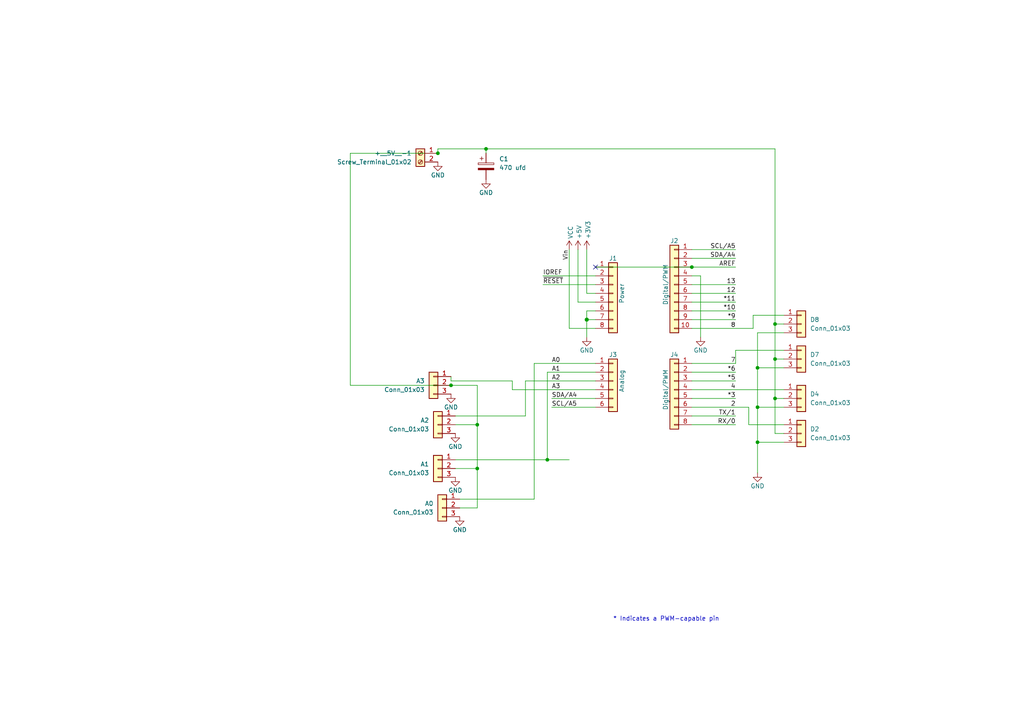
<source format=kicad_sch>
(kicad_sch (version 20230121) (generator eeschema)
  (paper "A4")
  (title_block (date "mar. 31 mars 2015"))
  (lib_symbols
    (symbol "Connector:Screw_Terminal_01x02" (pin_names (offset 1.016) hide)
      (property "Reference" "J" (at 0 2.54 0))
      (property "Value" "Screw_Terminal_01x02" (at 0 -5.08 0))
      (symbol "Screw_Terminal_01x02_1_1"
        (rectangle (start -1.27 1.27) (end 1.27 -3.81) (stroke (width 0.254)) (fill (type background)))
        (circle (center 0 -2.54) (radius 0.635) (stroke (width 0.1524)))
        (polyline (pts (xy -0.5334 -2.2098) (xy 0.3302 -3.048)) (stroke (width 0.1524)))
        (polyline (pts (xy -0.5334 0.3302) (xy 0.3302 -0.508)) (stroke (width 0.1524)))
        (polyline (pts (xy -0.3556 -2.032) (xy 0.508 -2.8702)) (stroke (width 0.1524)))
        (polyline (pts (xy -0.3556 0.508) (xy 0.508 -0.3302)) (stroke (width 0.1524)))
        (circle (center 0 0) (radius 0.635) (stroke (width 0.1524)))
        (pin passive line (at -5.08 0 0) (length 3.81) (name "Pin_1") (number "1"))
        (pin passive line (at -5.08 -2.54 0) (length 3.81) (name "Pin_2") (number "2"))
      )
    )
    (symbol "Connector_Generic:Conn_01x03" (pin_names (offset 1.016) hide)
      (property "Reference" "J" (at 0 5.08 0))
      (property "Value" "Conn_01x03" (at 0 -5.08 0))
      (symbol "Conn_01x03_1_1"
        (rectangle (start -1.27 -2.413) (end 0 -2.667) (stroke (width 0.1524)))
        (rectangle (start -1.27 0.127) (end 0 -0.127) (stroke (width 0.1524)))
        (rectangle (start -1.27 2.667) (end 0 2.413) (stroke (width 0.1524)))
        (rectangle (start -1.27 3.81) (end 1.27 -3.81) (stroke (width 0.254)) (fill (type background)))
        (pin passive line (at -5.08 2.54 0) (length 3.81) (name "Pin_1") (number "1"))
        (pin passive line (at -5.08 0 0) (length 3.81) (name "Pin_2") (number "2"))
        (pin passive line (at -5.08 -2.54 0) (length 3.81) (name "Pin_3") (number "3"))
      )
    )
    (symbol "Connector_Generic:Conn_01x06" (pin_names (offset 1.016) hide)
      (property "Reference" "J" (at 0 7.62 0))
      (property "Value" "Conn_01x06" (at 0 -10.16 0))
      (symbol "Conn_01x06_1_1"
        (rectangle (start -1.27 -7.493) (end 0 -7.747) (stroke (width 0.1524)))
        (rectangle (start -1.27 -4.953) (end 0 -5.207) (stroke (width 0.1524)))
        (rectangle (start -1.27 -2.413) (end 0 -2.667) (stroke (width 0.1524)))
        (rectangle (start -1.27 0.127) (end 0 -0.127) (stroke (width 0.1524)))
        (rectangle (start -1.27 2.667) (end 0 2.413) (stroke (width 0.1524)))
        (rectangle (start -1.27 5.207) (end 0 4.953) (stroke (width 0.1524)))
        (rectangle (start -1.27 6.35) (end 1.27 -8.89) (stroke (width 0.254)) (fill (type background)))
        (pin passive line (at -5.08 5.08 0) (length 3.81) (name "Pin_1") (number "1"))
        (pin passive line (at -5.08 2.54 0) (length 3.81) (name "Pin_2") (number "2"))
        (pin passive line (at -5.08 0 0) (length 3.81) (name "Pin_3") (number "3"))
        (pin passive line (at -5.08 -2.54 0) (length 3.81) (name "Pin_4") (number "4"))
        (pin passive line (at -5.08 -5.08 0) (length 3.81) (name "Pin_5") (number "5"))
        (pin passive line (at -5.08 -7.62 0) (length 3.81) (name "Pin_6") (number "6"))
      )
    )
    (symbol "Connector_Generic:Conn_01x08" (pin_names (offset 1.016) hide)
      (property "Reference" "J" (at 0 10.16 0))
      (property "Value" "Conn_01x08" (at 0 -12.7 0))
      (symbol "Conn_01x08_1_1"
        (rectangle (start -1.27 -10.033) (end 0 -10.287) (stroke (width 0.1524)))
        (rectangle (start -1.27 -7.493) (end 0 -7.747) (stroke (width 0.1524)))
        (rectangle (start -1.27 -4.953) (end 0 -5.207) (stroke (width 0.1524)))
        (rectangle (start -1.27 -2.413) (end 0 -2.667) (stroke (width 0.1524)))
        (rectangle (start -1.27 0.127) (end 0 -0.127) (stroke (width 0.1524)))
        (rectangle (start -1.27 2.667) (end 0 2.413) (stroke (width 0.1524)))
        (rectangle (start -1.27 5.207) (end 0 4.953) (stroke (width 0.1524)))
        (rectangle (start -1.27 7.747) (end 0 7.493) (stroke (width 0.1524)))
        (rectangle (start -1.27 8.89) (end 1.27 -11.43) (stroke (width 0.254)) (fill (type background)))
        (pin passive line (at -5.08 7.62 0) (length 3.81) (name "Pin_1") (number "1"))
        (pin passive line (at -5.08 5.08 0) (length 3.81) (name "Pin_2") (number "2"))
        (pin passive line (at -5.08 2.54 0) (length 3.81) (name "Pin_3") (number "3"))
        (pin passive line (at -5.08 0 0) (length 3.81) (name "Pin_4") (number "4"))
        (pin passive line (at -5.08 -2.54 0) (length 3.81) (name "Pin_5") (number "5"))
        (pin passive line (at -5.08 -5.08 0) (length 3.81) (name "Pin_6") (number "6"))
        (pin passive line (at -5.08 -7.62 0) (length 3.81) (name "Pin_7") (number "7"))
        (pin passive line (at -5.08 -10.16 0) (length 3.81) (name "Pin_8") (number "8"))
      )
    )
    (symbol "Connector_Generic:Conn_01x10" (pin_names (offset 1.016) hide)
      (property "Reference" "J" (at 0 12.7 0))
      (property "Value" "Conn_01x10" (at 0 -15.24 0))
      (symbol "Conn_01x10_1_1"
        (rectangle (start -1.27 -12.573) (end 0 -12.827) (stroke (width 0.1524)))
        (rectangle (start -1.27 -10.033) (end 0 -10.287) (stroke (width 0.1524)))
        (rectangle (start -1.27 -7.493) (end 0 -7.747) (stroke (width 0.1524)))
        (rectangle (start -1.27 -4.953) (end 0 -5.207) (stroke (width 0.1524)))
        (rectangle (start -1.27 -2.413) (end 0 -2.667) (stroke (width 0.1524)))
        (rectangle (start -1.27 0.127) (end 0 -0.127) (stroke (width 0.1524)))
        (rectangle (start -1.27 2.667) (end 0 2.413) (stroke (width 0.1524)))
        (rectangle (start -1.27 5.207) (end 0 4.953) (stroke (width 0.1524)))
        (rectangle (start -1.27 7.747) (end 0 7.493) (stroke (width 0.1524)))
        (rectangle (start -1.27 10.287) (end 0 10.033) (stroke (width 0.1524)))
        (rectangle (start -1.27 11.43) (end 1.27 -13.97) (stroke (width 0.254)) (fill (type background)))
        (pin passive line (at -5.08 10.16 0) (length 3.81) (name "Pin_1") (number "1"))
        (pin passive line (at -5.08 -12.7 0) (length 3.81) (name "Pin_10") (number "10"))
        (pin passive line (at -5.08 7.62 0) (length 3.81) (name "Pin_2") (number "2"))
        (pin passive line (at -5.08 5.08 0) (length 3.81) (name "Pin_3") (number "3"))
        (pin passive line (at -5.08 2.54 0) (length 3.81) (name "Pin_4") (number "4"))
        (pin passive line (at -5.08 0 0) (length 3.81) (name "Pin_5") (number "5"))
        (pin passive line (at -5.08 -2.54 0) (length 3.81) (name "Pin_6") (number "6"))
        (pin passive line (at -5.08 -5.08 0) (length 3.81) (name "Pin_7") (number "7"))
        (pin passive line (at -5.08 -7.62 0) (length 3.81) (name "Pin_8") (number "8"))
        (pin passive line (at -5.08 -10.16 0) (length 3.81) (name "Pin_9") (number "9"))
      )
    )
    (symbol "Device:C_Polarized" (pin_numbers hide) (pin_names (offset 0.254))
      (property "Reference" "C" (at 0.635 2.54 0))
      (property "Value" "C_Polarized" (at 0.635 -2.54 0))
      (symbol "C_Polarized_0_1"
        (rectangle (start -2.286 0.508) (end 2.286 1.016))
        (polyline (pts (xy -1.778 2.286) (xy -0.762 2.286)))
        (polyline (pts (xy -1.27 2.794) (xy -1.27 1.778)))
        (rectangle (start 2.286 -0.508) (end -2.286 -1.016) (fill (type outline)))
      )
      (symbol "C_Polarized_1_1"
        (pin passive line (at 0 3.81 270) (length 2.794) (name "~") (number "1"))
        (pin passive line (at 0 -3.81 90) (length 2.794) (name "~") (number "2"))
      )
    )
    (symbol "power:+3V3" (power) (pin_names (offset 0))
      (property "Value" "+3V3" (at 0 3.556 0))
      (symbol "+3V3_0_1"
        (polyline (pts (xy -0.762 1.27) (xy 0 2.54)))
        (polyline (pts (xy 0 0) (xy 0 2.54)))
        (polyline (pts (xy 0 2.54) (xy 0.762 1.27)))
      )
      (symbol "+3V3_1_1"
        (pin power_in line (at 0 0 90) (length 0) hide (name "+3V3") (number "1"))
      )
    )
    (symbol "power:+5V" (power) (pin_names (offset 0))
      (property "Value" "+5V" (at 0 3.556 0))
      (symbol "+5V_0_1"
        (polyline (pts (xy -0.762 1.27) (xy 0 2.54)))
        (polyline (pts (xy 0 0) (xy 0 2.54)))
        (polyline (pts (xy 0 2.54) (xy 0.762 1.27)))
      )
      (symbol "+5V_1_1"
        (pin power_in line (at 0 0 90) (length 0) hide (name "+5V") (number "1"))
      )
    )
    (symbol "power:GND" (power) (pin_names (offset 0))
      (property "Value" "GND" (at 0 -3.81 0))
      (symbol "GND_0_1"
        (polyline (pts (xy 0 0) (xy 0 -1.27) (xy 1.27 -1.27) (xy 0 -2.54) (xy -1.27 -1.27) (xy 0 -1.27)))
      )
      (symbol "GND_1_1"
        (pin power_in line (at 0 0 270) (length 0) hide (name "GND") (number "1"))
      )
    )
    (symbol "power:VCC" (power) (pin_names (offset 0))
      (property "Value" "VCC" (at 0 3.81 0))
      (symbol "VCC_0_1"
        (polyline (pts (xy -0.762 1.27) (xy 0 2.54)))
        (polyline (pts (xy 0 0) (xy 0 2.54)))
        (polyline (pts (xy 0 2.54) (xy 0.762 1.27)))
      )
      (symbol "VCC_1_1"
        (pin power_in line (at 0 0 90) (length 0) hide (name "VCC") (number "1"))
      )
    )
  )
  (junction (at 219.71 106.68))
  (junction (at 127 44.45))
  (junction (at 224.79 93.98))
  (junction (at 200.66 77.47))
  (junction (at 170.18 92.71) (diameter 1.016))
  (junction (at 140.97 43.18))
  (junction (at 130.81 111.76))
  (junction (at 138.43 123.19))
  (junction (at 224.79 115.57))
  (junction (at 224.79 104.14))
  (junction (at 219.71 118.11))
  (junction (at 138.43 135.89))
  (junction (at 158.75 133.35))
  (junction (at 219.71 128.27))
  (no_connect (at 172.72 77.47))
  (wire (pts (xy 219.71 96.52) (xy 219.71 106.68)))
  (wire (pts (xy 200.66 123.19) (xy 213.36 123.19)))
  (wire (pts (xy 219.71 106.68) (xy 219.71 118.11)))
  (wire (pts (xy 227.33 104.14) (xy 224.79 104.14)))
  (wire (pts (xy 217.17 118.11) (xy 217.17 123.19)))
  (wire (pts (xy 200.66 90.17) (xy 213.36 90.17)))
  (wire (pts (xy 200.66 72.39) (xy 213.36 72.39)))
  (wire (pts (xy 130.81 110.49) (xy 148.59 110.49)))
  (wire (pts (xy 101.6 44.45) (xy 101.6 111.76)))
  (wire (pts (xy 227.33 115.57) (xy 224.79 115.57)))
  (wire (pts (xy 170.18 90.17) (xy 170.18 92.71)))
  (wire (pts (xy 219.71 118.11) (xy 219.71 128.27)))
  (wire (pts (xy 158.75 133.35) (xy 158.75 107.95)))
  (wire (pts (xy 132.08 133.35) (xy 158.75 133.35)))
  (wire (pts (xy 152.4 110.49) (xy 172.72 110.49)))
  (wire (pts (xy 140.97 43.18) (xy 127 43.18)))
  (wire (pts (xy 170.18 92.71) (xy 170.18 97.79)))
  (wire (pts (xy 170.18 85.09) (xy 172.72 85.09)))
  (wire (pts (xy 167.64 87.63) (xy 172.72 87.63)))
  (wire (pts (xy 167.64 72.39) (xy 167.64 87.63)))
  (wire (pts (xy 132.08 123.19) (xy 138.43 123.19)))
  (wire (pts (xy 224.79 43.18) (xy 224.79 93.98)))
  (wire (pts (xy 227.33 118.11) (xy 219.71 118.11)))
  (wire (pts (xy 148.59 110.49) (xy 148.59 113.03)))
  (wire (pts (xy 213.36 101.6) (xy 213.36 105.41)))
  (wire (pts (xy 158.75 107.95) (xy 172.72 107.95)))
  (wire (pts (xy 127 44.45) (xy 101.6 44.45)))
  (wire (pts (xy 200.66 82.55) (xy 213.36 82.55)))
  (wire (pts (xy 170.18 72.39) (xy 170.18 85.09)))
  (wire (pts (xy 200.66 105.41) (xy 213.36 105.41)))
  (wire (pts (xy 101.6 111.76) (xy 130.81 111.76)))
  (wire (pts (xy 200.66 85.09) (xy 213.36 85.09)))
  (wire (pts (xy 227.33 125.73) (xy 224.79 125.73)))
  (wire (pts (xy 200.66 107.95) (xy 213.36 107.95)))
  (wire (pts (xy 138.43 135.89) (xy 138.43 147.32)))
  (wire (pts (xy 132.08 135.89) (xy 138.43 135.89)))
  (wire (pts (xy 130.81 111.76) (xy 138.43 111.76)))
  (wire (pts (xy 200.66 92.71) (xy 213.36 92.71)))
  (wire (pts (xy 219.71 128.27) (xy 219.71 137.16)))
  (wire (pts (xy 200.66 113.03) (xy 227.33 113.03)))
  (wire (pts (xy 218.44 91.44) (xy 218.44 95.25)))
  (wire (pts (xy 224.79 93.98) (xy 224.79 104.14)))
  (wire (pts (xy 160.02 118.11) (xy 172.72 118.11)))
  (wire (pts (xy 157.48 80.01) (xy 172.72 80.01)))
  (wire (pts (xy 227.33 101.6) (xy 213.36 101.6)))
  (wire (pts (xy 138.43 111.76) (xy 138.43 123.19)))
  (wire (pts (xy 227.33 91.44) (xy 218.44 91.44)))
  (wire (pts (xy 160.02 115.57) (xy 172.72 115.57)))
  (wire (pts (xy 200.66 77.47) (xy 172.72 77.47)))
  (wire (pts (xy 227.33 106.68) (xy 219.71 106.68)))
  (wire (pts (xy 203.2 80.01) (xy 203.2 97.79)))
  (wire (pts (xy 132.08 120.65) (xy 152.4 120.65)))
  (wire (pts (xy 157.48 82.55) (xy 172.72 82.55)))
  (wire (pts (xy 152.4 110.49) (xy 152.4 120.65)))
  (wire (pts (xy 172.72 92.71) (xy 170.18 92.71)))
  (wire (pts (xy 140.97 43.18) (xy 140.97 44.45)))
  (wire (pts (xy 227.33 128.27) (xy 219.71 128.27)))
  (wire (pts (xy 154.94 144.78) (xy 154.94 105.41)))
  (wire (pts (xy 227.33 93.98) (xy 224.79 93.98)))
  (wire (pts (xy 172.72 95.25) (xy 165.1 95.25)))
  (wire (pts (xy 154.94 105.41) (xy 172.72 105.41)))
  (wire (pts (xy 227.33 96.52) (xy 219.71 96.52)))
  (wire (pts (xy 138.43 123.19) (xy 138.43 135.89)))
  (wire (pts (xy 127 43.18) (xy 127 44.45)))
  (wire (pts (xy 200.66 80.01) (xy 203.2 80.01)))
  (wire (pts (xy 148.59 113.03) (xy 172.72 113.03)))
  (wire (pts (xy 224.79 104.14) (xy 224.79 115.57)))
  (wire (pts (xy 172.72 90.17) (xy 170.18 90.17)))
  (wire (pts (xy 200.66 87.63) (xy 213.36 87.63)))
  (wire (pts (xy 200.66 110.49) (xy 213.36 110.49)))
  (wire (pts (xy 224.79 115.57) (xy 224.79 125.73)))
  (wire (pts (xy 200.66 77.47) (xy 213.36 77.47)))
  (wire (pts (xy 158.75 133.35) (xy 165.1 133.35)))
  (wire (pts (xy 200.66 74.93) (xy 213.36 74.93)))
  (wire (pts (xy 200.66 118.11) (xy 217.17 118.11)))
  (wire (pts (xy 138.43 147.32) (xy 133.35 147.32)))
  (wire (pts (xy 200.66 115.57) (xy 213.36 115.57)))
  (wire (pts (xy 200.66 120.65) (xy 213.36 120.65)))
  (wire (pts (xy 165.1 95.25) (xy 165.1 72.39)))
  (wire (pts (xy 224.79 43.18) (xy 140.97 43.18)))
  (wire (pts (xy 217.17 123.19) (xy 227.33 123.19)))
  (wire (pts (xy 200.66 95.25) (xy 218.44 95.25)))
  (wire (pts (xy 154.94 144.78) (xy 133.35 144.78)))
  (wire (pts (xy 130.81 109.22) (xy 130.81 110.49)))
  (text "* Indicates a PWM-capable pin" (at 177.8 180.34 0) (effects (font (size 1.27 1.27)) (justify left bottom)))
  (label "RX{slash}0" (at 213.36 123.19 180))
  (label "A2" (at 160.02 110.49 0))
  (label "4" (at 213.36 113.03 180))
  (label "2" (at 213.36 118.11 180))
  (label "A3" (at 160.02 113.03 0))
  (label "13" (at 213.36 82.55 180))
  (label "12" (at 213.36 85.09 180))
  (label "~{RESET}" (at 157.48 82.55 0))
  (label "*10" (at 213.36 90.17 180))
  (label "7" (at 213.36 105.41 180))
  (label "SDA{slash}A4" (at 213.36 74.93 180))
  (label "8" (at 213.36 95.25 180))
  (label "*11" (at 213.36 87.63 180))
  (label "*3" (at 213.36 115.57 180))
  (label "A1" (at 160.02 107.95 0))
  (label "TX{slash}1" (at 213.36 120.65 180))
  (label "A0" (at 160.02 105.41 0))
  (label "AREF" (at 213.36 77.47 180))
  (label "Vin" (at 165.1 72.39 270))
  (label "*6" (at 213.36 107.95 180))
  (label "SCL{slash}A5" (at 213.36 72.39 180))
  (label "*9" (at 213.36 92.71 180))
  (label "*5" (at 213.36 110.49 180))
  (label "IOREF" (at 157.48 80.01 0))
  (label "SDA{slash}A4" (at 160.02 115.57 0))
  (label "SCL{slash}A5" (at 160.02 118.11 0))
  (symbol (lib_id "Connector_Generic:Conn_01x08") (at 177.8 85.09 0) (unit 1)
    (property "Reference" "J1" (at 177.8 74.93 0))
    (property "Value" "Power" (at 180.34 85.09 90))
    (property "Footprint" "Connector_PinSocket_2.54mm:PinSocket_1x08_P2.54mm_Vertical" (effects hide))
  )
  (symbol (lib_id "power:+3V3") (at 170.18 72.39 0) (unit 1)
    (property "Reference" "#PWR03" (effects hide))
    (property "Value" "+3.3V" (at 170.561 69.342 90) (effects (justify left)))
  )
  (symbol (lib_id "power:+5V") (at 167.64 72.39 0) (unit 1)
    (property "Reference" "#PWR02" (effects hide))
    (property "Value" "+5V" (at 167.9956 69.342 90) (effects (justify left)))
  )
  (symbol (lib_id "power:GND") (at 170.18 97.79 0) (unit 1)
    (property "Reference" "#PWR04" (effects hide))
    (property "Value" "GND" (at 170.18 101.6 0))
  )
  (symbol (lib_id "Connector_Generic:Conn_01x10") (at 195.58 82.55 0) (mirror y) (unit 1)
    (property "Reference" "J2" (at 195.58 69.85 0))
    (property "Value" "Digital/PWM" (at 193.04 82.55 90))
    (property "Footprint" "Connector_PinSocket_2.54mm:PinSocket_1x10_P2.54mm_Vertical" (effects hide))
  )
  (symbol (lib_id "power:GND") (at 203.2 97.79 0) (unit 1)
    (property "Reference" "#PWR05" (effects hide))
    (property "Value" "GND" (at 203.2 101.6 0))
  )
  (symbol (lib_id "Connector_Generic:Conn_01x06") (at 177.8 110.49 0) (unit 1)
    (property "Reference" "J3" (at 177.8 102.87 0))
    (property "Value" "Analog" (at 180.34 110.49 90))
    (property "Footprint" "Connector_PinSocket_2.54mm:PinSocket_1x06_P2.54mm_Vertical" (effects hide))
  )
  (symbol (lib_id "Connector_Generic:Conn_01x08") (at 195.58 113.03 0) (mirror y) (unit 1)
    (property "Reference" "J4" (at 195.58 102.87 0))
    (property "Value" "Digital/PWM" (at 193.04 113.03 90))
    (property "Footprint" "Connector_PinSocket_2.54mm:PinSocket_1x08_P2.54mm_Vertical" (effects hide))
  )
  (symbol (lib_id "power:GND") (at 132.08 138.43 0) (unit 1)
    (property "Reference" "#PWR012" (effects hide))
    (property "Value" "GND" (at 132.08 142.24 0))
  )
  (symbol (lib_id "Connector_Generic:Conn_01x03") (at 127 123.19 0) (mirror y) (unit 1)
    (property "Reference" "A2" (at 124.46 121.92 0) (effects (justify left)))
    (property "Value" "Conn_01x03" (at 124.46 124.46 0) (effects (justify left)))
    (property "Footprint" "Connector_PinHeader_2.54mm:PinHeader_1x03_P2.54mm_Vertical" (effects hide))
  )
  (symbol (lib_id "Device:C_Polarized") (at 140.97 48.26 0) (unit 1)
    (property "Reference" "C1" (at 144.78 46.101 0) (effects (justify left)))
    (property "Value" "470 ufd" (at 144.78 48.641 0) (effects (justify left)))
    (property "Footprint" "Capacitor_THT:CP_Radial_D10.0mm_P5.00mm" (effects hide))
  )
  (symbol (lib_id "power:GND") (at 140.97 52.07 0) (unit 1)
    (property "Reference" "#PWR07" (effects hide))
    (property "Value" "GND" (at 140.97 55.88 0))
  )
  (symbol (lib_id "power:GND") (at 127 46.99 0) (unit 1)
    (property "Reference" "#PWR06" (effects hide))
    (property "Value" "GND" (at 127 50.8 0))
  )
  (symbol (lib_id "Connector_Generic:Conn_01x03") (at 232.41 93.98 0) (unit 1)
    (property "Reference" "D8" (at 234.95 92.71 0) (effects (justify left)))
    (property "Value" "Conn_01x03" (at 234.95 95.25 0) (effects (justify left)))
    (property "Footprint" "Connector_PinHeader_2.54mm:PinHeader_1x03_P2.54mm_Vertical" (effects hide))
  )
  (symbol (lib_id "Connector_Generic:Conn_01x03") (at 232.41 104.14 0) (unit 1)
    (property "Reference" "D7" (at 234.95 102.87 0) (effects (justify left)))
    (property "Value" "Conn_01x03" (at 234.95 105.41 0) (effects (justify left)))
    (property "Footprint" "Connector_PinHeader_2.54mm:PinHeader_1x03_P2.54mm_Vertical" (effects hide))
  )
  (symbol (lib_id "power:VCC") (at 165.1 72.39 0) (unit 1)
    (property "Reference" "#PWR01" (effects hide))
    (property "Value" "VCC" (at 165.481 69.342 90) (effects (justify left)))
  )
  (symbol (lib_id "power:GND") (at 130.81 114.3 0) (unit 1)
    (property "Reference" "#PWR010" (effects hide))
    (property "Value" "GND" (at 130.81 118.11 0))
  )
  (symbol (lib_id "Connector_Generic:Conn_01x03") (at 232.41 125.73 0) (unit 1)
    (property "Reference" "D2" (at 234.95 124.46 0) (effects (justify left)))
    (property "Value" "Conn_01x03" (at 234.95 127 0) (effects (justify left)))
    (property "Footprint" "Connector_PinHeader_2.54mm:PinHeader_1x03_P2.54mm_Vertical" (effects hide))
  )
  (symbol (lib_id "Connector_Generic:Conn_01x03") (at 125.73 111.76 0) (mirror y) (unit 1)
    (property "Reference" "A3" (at 123.19 110.49 0) (effects (justify left)))
    (property "Value" "Conn_01x03" (at 123.19 113.03 0) (effects (justify left)))
    (property "Footprint" "Connector_PinHeader_2.54mm:PinHeader_1x03_P2.54mm_Vertical" (effects hide))
  )
  (symbol (lib_id "power:GND") (at 219.71 137.16 0) (unit 1)
    (property "Reference" "#PWR08" (effects hide))
    (property "Value" "GND" (at 219.71 140.97 0))
  )
  (symbol (lib_id "Connector_Generic:Conn_01x03") (at 232.41 115.57 0) (unit 1)
    (property "Reference" "D4" (at 234.95 114.3 0) (effects (justify left)))
    (property "Value" "Conn_01x03" (at 234.95 116.84 0) (effects (justify left)))
    (property "Footprint" "Connector_PinHeader_2.54mm:PinHeader_1x03_P2.54mm_Vertical" (effects hide))
  )
  (symbol (lib_id "Connector_Generic:Conn_01x03") (at 128.27 147.32 0) (mirror y) (unit 1)
    (property "Reference" "A0" (at 125.73 146.05 0) (effects (justify left)))
    (property "Value" "Conn_01x03" (at 125.73 148.59 0) (effects (justify left)))
    (property "Footprint" "Connector_PinHeader_2.54mm:PinHeader_1x03_P2.54mm_Vertical" (effects hide))
  )
  (symbol (lib_id "Connector_Generic:Conn_01x03") (at 127 135.89 0) (mirror y) (unit 1)
    (property "Reference" "A1" (at 124.46 134.62 0) (effects (justify left)))
    (property "Value" "Conn_01x03" (at 124.46 137.16 0) (effects (justify left)))
    (property "Footprint" "Connector_PinHeader_2.54mm:PinHeader_1x03_P2.54mm_Vertical" (effects hide))
  )
  (symbol (lib_id "power:GND") (at 132.08 125.73 0) (unit 1)
    (property "Reference" "#PWR011" (effects hide))
    (property "Value" "GND" (at 132.08 129.54 0))
  )
  (symbol (lib_id "power:GND") (at 133.35 149.86 0) (unit 1)
    (property "Reference" "#PWR013" (effects hide))
    (property "Value" "GND" (at 133.35 153.67 0))
  )
  (symbol (lib_id "Connector:Screw_Terminal_01x02") (at 121.92 44.45 0) (mirror y) (unit 1)
    (property "Reference" "+__5V__-1" (at 119.38 44.45 0) (effects (justify left)))
    (property "Value" "Screw_Terminal_01x02" (at 119.38 46.99 0) (effects (justify left)))
    (property "Footprint" "TerminalBlock:TerminalBlock_bornier-2_P5.08mm" (effects hide))
  )
)
</source>
